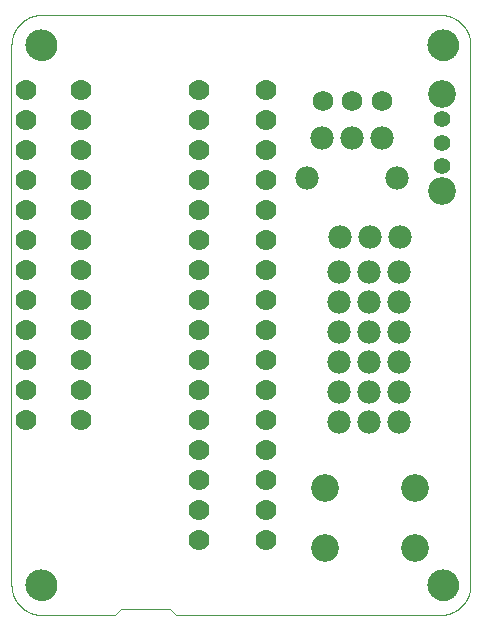
<source format=gts>
G75*
%MOIN*%
%OFA0B0*%
%FSLAX25Y25*%
%IPPOS*%
%LPD*%
%AMOC8*
5,1,8,0,0,1.08239X$1,22.5*
%
%ADD10C,0.00000*%
%ADD11C,0.10400*%
%ADD12C,0.07000*%
%ADD13C,0.07800*%
%ADD14C,0.09258*%
%ADD15C,0.06896*%
%ADD16C,0.05550*%
D10*
X0011500Y0070232D02*
X0036000Y0070232D01*
X0038000Y0072232D01*
X0054500Y0072232D01*
X0056500Y0070232D01*
X0144492Y0070232D01*
X0144734Y0070235D01*
X0144975Y0070244D01*
X0145216Y0070258D01*
X0145457Y0070279D01*
X0145697Y0070305D01*
X0145937Y0070337D01*
X0146176Y0070375D01*
X0146413Y0070418D01*
X0146650Y0070468D01*
X0146885Y0070523D01*
X0147119Y0070583D01*
X0147351Y0070650D01*
X0147582Y0070721D01*
X0147811Y0070799D01*
X0148038Y0070882D01*
X0148263Y0070970D01*
X0148486Y0071064D01*
X0148706Y0071163D01*
X0148924Y0071268D01*
X0149139Y0071377D01*
X0149352Y0071492D01*
X0149562Y0071612D01*
X0149768Y0071737D01*
X0149972Y0071867D01*
X0150173Y0072002D01*
X0150370Y0072142D01*
X0150564Y0072286D01*
X0150754Y0072435D01*
X0150940Y0072589D01*
X0151123Y0072747D01*
X0151302Y0072909D01*
X0151477Y0073076D01*
X0151648Y0073247D01*
X0151815Y0073422D01*
X0151977Y0073601D01*
X0152135Y0073784D01*
X0152289Y0073970D01*
X0152438Y0074160D01*
X0152582Y0074354D01*
X0152722Y0074551D01*
X0152857Y0074752D01*
X0152987Y0074956D01*
X0153112Y0075162D01*
X0153232Y0075372D01*
X0153347Y0075585D01*
X0153456Y0075800D01*
X0153561Y0076018D01*
X0153660Y0076238D01*
X0153754Y0076461D01*
X0153842Y0076686D01*
X0153925Y0076913D01*
X0154003Y0077142D01*
X0154074Y0077373D01*
X0154141Y0077605D01*
X0154201Y0077839D01*
X0154256Y0078074D01*
X0154306Y0078311D01*
X0154349Y0078548D01*
X0154387Y0078787D01*
X0154419Y0079027D01*
X0154445Y0079267D01*
X0154466Y0079508D01*
X0154480Y0079749D01*
X0154489Y0079990D01*
X0154492Y0080232D01*
X0154492Y0260232D01*
X0140358Y0260232D02*
X0140360Y0260373D01*
X0140366Y0260514D01*
X0140376Y0260654D01*
X0140390Y0260794D01*
X0140408Y0260934D01*
X0140429Y0261073D01*
X0140455Y0261212D01*
X0140484Y0261350D01*
X0140518Y0261486D01*
X0140555Y0261622D01*
X0140596Y0261757D01*
X0140641Y0261891D01*
X0140690Y0262023D01*
X0140742Y0262154D01*
X0140798Y0262283D01*
X0140858Y0262410D01*
X0140921Y0262536D01*
X0140987Y0262660D01*
X0141058Y0262783D01*
X0141131Y0262903D01*
X0141208Y0263021D01*
X0141288Y0263137D01*
X0141372Y0263250D01*
X0141458Y0263361D01*
X0141548Y0263470D01*
X0141641Y0263576D01*
X0141736Y0263679D01*
X0141835Y0263780D01*
X0141936Y0263878D01*
X0142040Y0263973D01*
X0142147Y0264065D01*
X0142256Y0264154D01*
X0142368Y0264239D01*
X0142482Y0264322D01*
X0142598Y0264402D01*
X0142717Y0264478D01*
X0142838Y0264550D01*
X0142960Y0264620D01*
X0143085Y0264685D01*
X0143211Y0264748D01*
X0143339Y0264806D01*
X0143469Y0264861D01*
X0143600Y0264913D01*
X0143733Y0264960D01*
X0143867Y0265004D01*
X0144002Y0265045D01*
X0144138Y0265081D01*
X0144275Y0265113D01*
X0144413Y0265142D01*
X0144551Y0265167D01*
X0144691Y0265187D01*
X0144831Y0265204D01*
X0144971Y0265217D01*
X0145112Y0265226D01*
X0145252Y0265231D01*
X0145393Y0265232D01*
X0145534Y0265229D01*
X0145675Y0265222D01*
X0145815Y0265211D01*
X0145955Y0265196D01*
X0146095Y0265177D01*
X0146234Y0265155D01*
X0146372Y0265128D01*
X0146510Y0265098D01*
X0146646Y0265063D01*
X0146782Y0265025D01*
X0146916Y0264983D01*
X0147050Y0264937D01*
X0147182Y0264888D01*
X0147312Y0264834D01*
X0147441Y0264777D01*
X0147568Y0264717D01*
X0147694Y0264653D01*
X0147817Y0264585D01*
X0147939Y0264514D01*
X0148059Y0264440D01*
X0148176Y0264362D01*
X0148291Y0264281D01*
X0148404Y0264197D01*
X0148515Y0264110D01*
X0148623Y0264019D01*
X0148728Y0263926D01*
X0148831Y0263829D01*
X0148931Y0263730D01*
X0149028Y0263628D01*
X0149122Y0263523D01*
X0149213Y0263416D01*
X0149301Y0263306D01*
X0149386Y0263194D01*
X0149468Y0263079D01*
X0149547Y0262962D01*
X0149622Y0262843D01*
X0149694Y0262722D01*
X0149762Y0262599D01*
X0149827Y0262474D01*
X0149889Y0262347D01*
X0149946Y0262218D01*
X0150001Y0262088D01*
X0150051Y0261957D01*
X0150098Y0261824D01*
X0150141Y0261690D01*
X0150180Y0261554D01*
X0150215Y0261418D01*
X0150247Y0261281D01*
X0150274Y0261143D01*
X0150298Y0261004D01*
X0150318Y0260864D01*
X0150334Y0260724D01*
X0150346Y0260584D01*
X0150354Y0260443D01*
X0150358Y0260302D01*
X0150358Y0260162D01*
X0150354Y0260021D01*
X0150346Y0259880D01*
X0150334Y0259740D01*
X0150318Y0259600D01*
X0150298Y0259460D01*
X0150274Y0259321D01*
X0150247Y0259183D01*
X0150215Y0259046D01*
X0150180Y0258910D01*
X0150141Y0258774D01*
X0150098Y0258640D01*
X0150051Y0258507D01*
X0150001Y0258376D01*
X0149946Y0258246D01*
X0149889Y0258117D01*
X0149827Y0257990D01*
X0149762Y0257865D01*
X0149694Y0257742D01*
X0149622Y0257621D01*
X0149547Y0257502D01*
X0149468Y0257385D01*
X0149386Y0257270D01*
X0149301Y0257158D01*
X0149213Y0257048D01*
X0149122Y0256941D01*
X0149028Y0256836D01*
X0148931Y0256734D01*
X0148831Y0256635D01*
X0148728Y0256538D01*
X0148623Y0256445D01*
X0148515Y0256354D01*
X0148404Y0256267D01*
X0148291Y0256183D01*
X0148176Y0256102D01*
X0148059Y0256024D01*
X0147939Y0255950D01*
X0147817Y0255879D01*
X0147694Y0255811D01*
X0147568Y0255747D01*
X0147441Y0255687D01*
X0147312Y0255630D01*
X0147182Y0255576D01*
X0147050Y0255527D01*
X0146916Y0255481D01*
X0146782Y0255439D01*
X0146646Y0255401D01*
X0146510Y0255366D01*
X0146372Y0255336D01*
X0146234Y0255309D01*
X0146095Y0255287D01*
X0145955Y0255268D01*
X0145815Y0255253D01*
X0145675Y0255242D01*
X0145534Y0255235D01*
X0145393Y0255232D01*
X0145252Y0255233D01*
X0145112Y0255238D01*
X0144971Y0255247D01*
X0144831Y0255260D01*
X0144691Y0255277D01*
X0144551Y0255297D01*
X0144413Y0255322D01*
X0144275Y0255351D01*
X0144138Y0255383D01*
X0144002Y0255419D01*
X0143867Y0255460D01*
X0143733Y0255504D01*
X0143600Y0255551D01*
X0143469Y0255603D01*
X0143339Y0255658D01*
X0143211Y0255716D01*
X0143085Y0255779D01*
X0142960Y0255844D01*
X0142838Y0255914D01*
X0142717Y0255986D01*
X0142598Y0256062D01*
X0142482Y0256142D01*
X0142368Y0256225D01*
X0142256Y0256310D01*
X0142147Y0256399D01*
X0142040Y0256491D01*
X0141936Y0256586D01*
X0141835Y0256684D01*
X0141736Y0256785D01*
X0141641Y0256888D01*
X0141548Y0256994D01*
X0141458Y0257103D01*
X0141372Y0257214D01*
X0141288Y0257327D01*
X0141208Y0257443D01*
X0141131Y0257561D01*
X0141058Y0257681D01*
X0140987Y0257804D01*
X0140921Y0257928D01*
X0140858Y0258054D01*
X0140798Y0258181D01*
X0140742Y0258310D01*
X0140690Y0258441D01*
X0140641Y0258573D01*
X0140596Y0258707D01*
X0140555Y0258842D01*
X0140518Y0258978D01*
X0140484Y0259114D01*
X0140455Y0259252D01*
X0140429Y0259391D01*
X0140408Y0259530D01*
X0140390Y0259670D01*
X0140376Y0259810D01*
X0140366Y0259950D01*
X0140360Y0260091D01*
X0140358Y0260232D01*
X0144492Y0270232D02*
X0144734Y0270229D01*
X0144975Y0270220D01*
X0145216Y0270206D01*
X0145457Y0270185D01*
X0145697Y0270159D01*
X0145937Y0270127D01*
X0146176Y0270089D01*
X0146413Y0270046D01*
X0146650Y0269996D01*
X0146885Y0269941D01*
X0147119Y0269881D01*
X0147351Y0269814D01*
X0147582Y0269743D01*
X0147811Y0269665D01*
X0148038Y0269582D01*
X0148263Y0269494D01*
X0148486Y0269400D01*
X0148706Y0269301D01*
X0148924Y0269196D01*
X0149139Y0269087D01*
X0149352Y0268972D01*
X0149562Y0268852D01*
X0149768Y0268727D01*
X0149972Y0268597D01*
X0150173Y0268462D01*
X0150370Y0268322D01*
X0150564Y0268178D01*
X0150754Y0268029D01*
X0150940Y0267875D01*
X0151123Y0267717D01*
X0151302Y0267555D01*
X0151477Y0267388D01*
X0151648Y0267217D01*
X0151815Y0267042D01*
X0151977Y0266863D01*
X0152135Y0266680D01*
X0152289Y0266494D01*
X0152438Y0266304D01*
X0152582Y0266110D01*
X0152722Y0265913D01*
X0152857Y0265712D01*
X0152987Y0265508D01*
X0153112Y0265302D01*
X0153232Y0265092D01*
X0153347Y0264879D01*
X0153456Y0264664D01*
X0153561Y0264446D01*
X0153660Y0264226D01*
X0153754Y0264003D01*
X0153842Y0263778D01*
X0153925Y0263551D01*
X0154003Y0263322D01*
X0154074Y0263091D01*
X0154141Y0262859D01*
X0154201Y0262625D01*
X0154256Y0262390D01*
X0154306Y0262153D01*
X0154349Y0261916D01*
X0154387Y0261677D01*
X0154419Y0261437D01*
X0154445Y0261197D01*
X0154466Y0260956D01*
X0154480Y0260715D01*
X0154489Y0260474D01*
X0154492Y0260232D01*
X0144492Y0270232D02*
X0011500Y0270232D01*
X0006500Y0260232D02*
X0006502Y0260373D01*
X0006508Y0260514D01*
X0006518Y0260654D01*
X0006532Y0260794D01*
X0006550Y0260934D01*
X0006571Y0261073D01*
X0006597Y0261212D01*
X0006626Y0261350D01*
X0006660Y0261486D01*
X0006697Y0261622D01*
X0006738Y0261757D01*
X0006783Y0261891D01*
X0006832Y0262023D01*
X0006884Y0262154D01*
X0006940Y0262283D01*
X0007000Y0262410D01*
X0007063Y0262536D01*
X0007129Y0262660D01*
X0007200Y0262783D01*
X0007273Y0262903D01*
X0007350Y0263021D01*
X0007430Y0263137D01*
X0007514Y0263250D01*
X0007600Y0263361D01*
X0007690Y0263470D01*
X0007783Y0263576D01*
X0007878Y0263679D01*
X0007977Y0263780D01*
X0008078Y0263878D01*
X0008182Y0263973D01*
X0008289Y0264065D01*
X0008398Y0264154D01*
X0008510Y0264239D01*
X0008624Y0264322D01*
X0008740Y0264402D01*
X0008859Y0264478D01*
X0008980Y0264550D01*
X0009102Y0264620D01*
X0009227Y0264685D01*
X0009353Y0264748D01*
X0009481Y0264806D01*
X0009611Y0264861D01*
X0009742Y0264913D01*
X0009875Y0264960D01*
X0010009Y0265004D01*
X0010144Y0265045D01*
X0010280Y0265081D01*
X0010417Y0265113D01*
X0010555Y0265142D01*
X0010693Y0265167D01*
X0010833Y0265187D01*
X0010973Y0265204D01*
X0011113Y0265217D01*
X0011254Y0265226D01*
X0011394Y0265231D01*
X0011535Y0265232D01*
X0011676Y0265229D01*
X0011817Y0265222D01*
X0011957Y0265211D01*
X0012097Y0265196D01*
X0012237Y0265177D01*
X0012376Y0265155D01*
X0012514Y0265128D01*
X0012652Y0265098D01*
X0012788Y0265063D01*
X0012924Y0265025D01*
X0013058Y0264983D01*
X0013192Y0264937D01*
X0013324Y0264888D01*
X0013454Y0264834D01*
X0013583Y0264777D01*
X0013710Y0264717D01*
X0013836Y0264653D01*
X0013959Y0264585D01*
X0014081Y0264514D01*
X0014201Y0264440D01*
X0014318Y0264362D01*
X0014433Y0264281D01*
X0014546Y0264197D01*
X0014657Y0264110D01*
X0014765Y0264019D01*
X0014870Y0263926D01*
X0014973Y0263829D01*
X0015073Y0263730D01*
X0015170Y0263628D01*
X0015264Y0263523D01*
X0015355Y0263416D01*
X0015443Y0263306D01*
X0015528Y0263194D01*
X0015610Y0263079D01*
X0015689Y0262962D01*
X0015764Y0262843D01*
X0015836Y0262722D01*
X0015904Y0262599D01*
X0015969Y0262474D01*
X0016031Y0262347D01*
X0016088Y0262218D01*
X0016143Y0262088D01*
X0016193Y0261957D01*
X0016240Y0261824D01*
X0016283Y0261690D01*
X0016322Y0261554D01*
X0016357Y0261418D01*
X0016389Y0261281D01*
X0016416Y0261143D01*
X0016440Y0261004D01*
X0016460Y0260864D01*
X0016476Y0260724D01*
X0016488Y0260584D01*
X0016496Y0260443D01*
X0016500Y0260302D01*
X0016500Y0260162D01*
X0016496Y0260021D01*
X0016488Y0259880D01*
X0016476Y0259740D01*
X0016460Y0259600D01*
X0016440Y0259460D01*
X0016416Y0259321D01*
X0016389Y0259183D01*
X0016357Y0259046D01*
X0016322Y0258910D01*
X0016283Y0258774D01*
X0016240Y0258640D01*
X0016193Y0258507D01*
X0016143Y0258376D01*
X0016088Y0258246D01*
X0016031Y0258117D01*
X0015969Y0257990D01*
X0015904Y0257865D01*
X0015836Y0257742D01*
X0015764Y0257621D01*
X0015689Y0257502D01*
X0015610Y0257385D01*
X0015528Y0257270D01*
X0015443Y0257158D01*
X0015355Y0257048D01*
X0015264Y0256941D01*
X0015170Y0256836D01*
X0015073Y0256734D01*
X0014973Y0256635D01*
X0014870Y0256538D01*
X0014765Y0256445D01*
X0014657Y0256354D01*
X0014546Y0256267D01*
X0014433Y0256183D01*
X0014318Y0256102D01*
X0014201Y0256024D01*
X0014081Y0255950D01*
X0013959Y0255879D01*
X0013836Y0255811D01*
X0013710Y0255747D01*
X0013583Y0255687D01*
X0013454Y0255630D01*
X0013324Y0255576D01*
X0013192Y0255527D01*
X0013058Y0255481D01*
X0012924Y0255439D01*
X0012788Y0255401D01*
X0012652Y0255366D01*
X0012514Y0255336D01*
X0012376Y0255309D01*
X0012237Y0255287D01*
X0012097Y0255268D01*
X0011957Y0255253D01*
X0011817Y0255242D01*
X0011676Y0255235D01*
X0011535Y0255232D01*
X0011394Y0255233D01*
X0011254Y0255238D01*
X0011113Y0255247D01*
X0010973Y0255260D01*
X0010833Y0255277D01*
X0010693Y0255297D01*
X0010555Y0255322D01*
X0010417Y0255351D01*
X0010280Y0255383D01*
X0010144Y0255419D01*
X0010009Y0255460D01*
X0009875Y0255504D01*
X0009742Y0255551D01*
X0009611Y0255603D01*
X0009481Y0255658D01*
X0009353Y0255716D01*
X0009227Y0255779D01*
X0009102Y0255844D01*
X0008980Y0255914D01*
X0008859Y0255986D01*
X0008740Y0256062D01*
X0008624Y0256142D01*
X0008510Y0256225D01*
X0008398Y0256310D01*
X0008289Y0256399D01*
X0008182Y0256491D01*
X0008078Y0256586D01*
X0007977Y0256684D01*
X0007878Y0256785D01*
X0007783Y0256888D01*
X0007690Y0256994D01*
X0007600Y0257103D01*
X0007514Y0257214D01*
X0007430Y0257327D01*
X0007350Y0257443D01*
X0007273Y0257561D01*
X0007200Y0257681D01*
X0007129Y0257804D01*
X0007063Y0257928D01*
X0007000Y0258054D01*
X0006940Y0258181D01*
X0006884Y0258310D01*
X0006832Y0258441D01*
X0006783Y0258573D01*
X0006738Y0258707D01*
X0006697Y0258842D01*
X0006660Y0258978D01*
X0006626Y0259114D01*
X0006597Y0259252D01*
X0006571Y0259391D01*
X0006550Y0259530D01*
X0006532Y0259670D01*
X0006518Y0259810D01*
X0006508Y0259950D01*
X0006502Y0260091D01*
X0006500Y0260232D01*
X0001500Y0260232D02*
X0001503Y0260474D01*
X0001512Y0260715D01*
X0001526Y0260956D01*
X0001547Y0261197D01*
X0001573Y0261437D01*
X0001605Y0261677D01*
X0001643Y0261916D01*
X0001686Y0262153D01*
X0001736Y0262390D01*
X0001791Y0262625D01*
X0001851Y0262859D01*
X0001918Y0263091D01*
X0001989Y0263322D01*
X0002067Y0263551D01*
X0002150Y0263778D01*
X0002238Y0264003D01*
X0002332Y0264226D01*
X0002431Y0264446D01*
X0002536Y0264664D01*
X0002645Y0264879D01*
X0002760Y0265092D01*
X0002880Y0265302D01*
X0003005Y0265508D01*
X0003135Y0265712D01*
X0003270Y0265913D01*
X0003410Y0266110D01*
X0003554Y0266304D01*
X0003703Y0266494D01*
X0003857Y0266680D01*
X0004015Y0266863D01*
X0004177Y0267042D01*
X0004344Y0267217D01*
X0004515Y0267388D01*
X0004690Y0267555D01*
X0004869Y0267717D01*
X0005052Y0267875D01*
X0005238Y0268029D01*
X0005428Y0268178D01*
X0005622Y0268322D01*
X0005819Y0268462D01*
X0006020Y0268597D01*
X0006224Y0268727D01*
X0006430Y0268852D01*
X0006640Y0268972D01*
X0006853Y0269087D01*
X0007068Y0269196D01*
X0007286Y0269301D01*
X0007506Y0269400D01*
X0007729Y0269494D01*
X0007954Y0269582D01*
X0008181Y0269665D01*
X0008410Y0269743D01*
X0008641Y0269814D01*
X0008873Y0269881D01*
X0009107Y0269941D01*
X0009342Y0269996D01*
X0009579Y0270046D01*
X0009816Y0270089D01*
X0010055Y0270127D01*
X0010295Y0270159D01*
X0010535Y0270185D01*
X0010776Y0270206D01*
X0011017Y0270220D01*
X0011258Y0270229D01*
X0011500Y0270232D01*
X0001500Y0260232D02*
X0001500Y0080232D01*
X0006500Y0080232D02*
X0006502Y0080373D01*
X0006508Y0080514D01*
X0006518Y0080654D01*
X0006532Y0080794D01*
X0006550Y0080934D01*
X0006571Y0081073D01*
X0006597Y0081212D01*
X0006626Y0081350D01*
X0006660Y0081486D01*
X0006697Y0081622D01*
X0006738Y0081757D01*
X0006783Y0081891D01*
X0006832Y0082023D01*
X0006884Y0082154D01*
X0006940Y0082283D01*
X0007000Y0082410D01*
X0007063Y0082536D01*
X0007129Y0082660D01*
X0007200Y0082783D01*
X0007273Y0082903D01*
X0007350Y0083021D01*
X0007430Y0083137D01*
X0007514Y0083250D01*
X0007600Y0083361D01*
X0007690Y0083470D01*
X0007783Y0083576D01*
X0007878Y0083679D01*
X0007977Y0083780D01*
X0008078Y0083878D01*
X0008182Y0083973D01*
X0008289Y0084065D01*
X0008398Y0084154D01*
X0008510Y0084239D01*
X0008624Y0084322D01*
X0008740Y0084402D01*
X0008859Y0084478D01*
X0008980Y0084550D01*
X0009102Y0084620D01*
X0009227Y0084685D01*
X0009353Y0084748D01*
X0009481Y0084806D01*
X0009611Y0084861D01*
X0009742Y0084913D01*
X0009875Y0084960D01*
X0010009Y0085004D01*
X0010144Y0085045D01*
X0010280Y0085081D01*
X0010417Y0085113D01*
X0010555Y0085142D01*
X0010693Y0085167D01*
X0010833Y0085187D01*
X0010973Y0085204D01*
X0011113Y0085217D01*
X0011254Y0085226D01*
X0011394Y0085231D01*
X0011535Y0085232D01*
X0011676Y0085229D01*
X0011817Y0085222D01*
X0011957Y0085211D01*
X0012097Y0085196D01*
X0012237Y0085177D01*
X0012376Y0085155D01*
X0012514Y0085128D01*
X0012652Y0085098D01*
X0012788Y0085063D01*
X0012924Y0085025D01*
X0013058Y0084983D01*
X0013192Y0084937D01*
X0013324Y0084888D01*
X0013454Y0084834D01*
X0013583Y0084777D01*
X0013710Y0084717D01*
X0013836Y0084653D01*
X0013959Y0084585D01*
X0014081Y0084514D01*
X0014201Y0084440D01*
X0014318Y0084362D01*
X0014433Y0084281D01*
X0014546Y0084197D01*
X0014657Y0084110D01*
X0014765Y0084019D01*
X0014870Y0083926D01*
X0014973Y0083829D01*
X0015073Y0083730D01*
X0015170Y0083628D01*
X0015264Y0083523D01*
X0015355Y0083416D01*
X0015443Y0083306D01*
X0015528Y0083194D01*
X0015610Y0083079D01*
X0015689Y0082962D01*
X0015764Y0082843D01*
X0015836Y0082722D01*
X0015904Y0082599D01*
X0015969Y0082474D01*
X0016031Y0082347D01*
X0016088Y0082218D01*
X0016143Y0082088D01*
X0016193Y0081957D01*
X0016240Y0081824D01*
X0016283Y0081690D01*
X0016322Y0081554D01*
X0016357Y0081418D01*
X0016389Y0081281D01*
X0016416Y0081143D01*
X0016440Y0081004D01*
X0016460Y0080864D01*
X0016476Y0080724D01*
X0016488Y0080584D01*
X0016496Y0080443D01*
X0016500Y0080302D01*
X0016500Y0080162D01*
X0016496Y0080021D01*
X0016488Y0079880D01*
X0016476Y0079740D01*
X0016460Y0079600D01*
X0016440Y0079460D01*
X0016416Y0079321D01*
X0016389Y0079183D01*
X0016357Y0079046D01*
X0016322Y0078910D01*
X0016283Y0078774D01*
X0016240Y0078640D01*
X0016193Y0078507D01*
X0016143Y0078376D01*
X0016088Y0078246D01*
X0016031Y0078117D01*
X0015969Y0077990D01*
X0015904Y0077865D01*
X0015836Y0077742D01*
X0015764Y0077621D01*
X0015689Y0077502D01*
X0015610Y0077385D01*
X0015528Y0077270D01*
X0015443Y0077158D01*
X0015355Y0077048D01*
X0015264Y0076941D01*
X0015170Y0076836D01*
X0015073Y0076734D01*
X0014973Y0076635D01*
X0014870Y0076538D01*
X0014765Y0076445D01*
X0014657Y0076354D01*
X0014546Y0076267D01*
X0014433Y0076183D01*
X0014318Y0076102D01*
X0014201Y0076024D01*
X0014081Y0075950D01*
X0013959Y0075879D01*
X0013836Y0075811D01*
X0013710Y0075747D01*
X0013583Y0075687D01*
X0013454Y0075630D01*
X0013324Y0075576D01*
X0013192Y0075527D01*
X0013058Y0075481D01*
X0012924Y0075439D01*
X0012788Y0075401D01*
X0012652Y0075366D01*
X0012514Y0075336D01*
X0012376Y0075309D01*
X0012237Y0075287D01*
X0012097Y0075268D01*
X0011957Y0075253D01*
X0011817Y0075242D01*
X0011676Y0075235D01*
X0011535Y0075232D01*
X0011394Y0075233D01*
X0011254Y0075238D01*
X0011113Y0075247D01*
X0010973Y0075260D01*
X0010833Y0075277D01*
X0010693Y0075297D01*
X0010555Y0075322D01*
X0010417Y0075351D01*
X0010280Y0075383D01*
X0010144Y0075419D01*
X0010009Y0075460D01*
X0009875Y0075504D01*
X0009742Y0075551D01*
X0009611Y0075603D01*
X0009481Y0075658D01*
X0009353Y0075716D01*
X0009227Y0075779D01*
X0009102Y0075844D01*
X0008980Y0075914D01*
X0008859Y0075986D01*
X0008740Y0076062D01*
X0008624Y0076142D01*
X0008510Y0076225D01*
X0008398Y0076310D01*
X0008289Y0076399D01*
X0008182Y0076491D01*
X0008078Y0076586D01*
X0007977Y0076684D01*
X0007878Y0076785D01*
X0007783Y0076888D01*
X0007690Y0076994D01*
X0007600Y0077103D01*
X0007514Y0077214D01*
X0007430Y0077327D01*
X0007350Y0077443D01*
X0007273Y0077561D01*
X0007200Y0077681D01*
X0007129Y0077804D01*
X0007063Y0077928D01*
X0007000Y0078054D01*
X0006940Y0078181D01*
X0006884Y0078310D01*
X0006832Y0078441D01*
X0006783Y0078573D01*
X0006738Y0078707D01*
X0006697Y0078842D01*
X0006660Y0078978D01*
X0006626Y0079114D01*
X0006597Y0079252D01*
X0006571Y0079391D01*
X0006550Y0079530D01*
X0006532Y0079670D01*
X0006518Y0079810D01*
X0006508Y0079950D01*
X0006502Y0080091D01*
X0006500Y0080232D01*
X0001500Y0080232D02*
X0001503Y0079990D01*
X0001512Y0079749D01*
X0001526Y0079508D01*
X0001547Y0079267D01*
X0001573Y0079027D01*
X0001605Y0078787D01*
X0001643Y0078548D01*
X0001686Y0078311D01*
X0001736Y0078074D01*
X0001791Y0077839D01*
X0001851Y0077605D01*
X0001918Y0077373D01*
X0001989Y0077142D01*
X0002067Y0076913D01*
X0002150Y0076686D01*
X0002238Y0076461D01*
X0002332Y0076238D01*
X0002431Y0076018D01*
X0002536Y0075800D01*
X0002645Y0075585D01*
X0002760Y0075372D01*
X0002880Y0075162D01*
X0003005Y0074956D01*
X0003135Y0074752D01*
X0003270Y0074551D01*
X0003410Y0074354D01*
X0003554Y0074160D01*
X0003703Y0073970D01*
X0003857Y0073784D01*
X0004015Y0073601D01*
X0004177Y0073422D01*
X0004344Y0073247D01*
X0004515Y0073076D01*
X0004690Y0072909D01*
X0004869Y0072747D01*
X0005052Y0072589D01*
X0005238Y0072435D01*
X0005428Y0072286D01*
X0005622Y0072142D01*
X0005819Y0072002D01*
X0006020Y0071867D01*
X0006224Y0071737D01*
X0006430Y0071612D01*
X0006640Y0071492D01*
X0006853Y0071377D01*
X0007068Y0071268D01*
X0007286Y0071163D01*
X0007506Y0071064D01*
X0007729Y0070970D01*
X0007954Y0070882D01*
X0008181Y0070799D01*
X0008410Y0070721D01*
X0008641Y0070650D01*
X0008873Y0070583D01*
X0009107Y0070523D01*
X0009342Y0070468D01*
X0009579Y0070418D01*
X0009816Y0070375D01*
X0010055Y0070337D01*
X0010295Y0070305D01*
X0010535Y0070279D01*
X0010776Y0070258D01*
X0011017Y0070244D01*
X0011258Y0070235D01*
X0011500Y0070232D01*
X0140358Y0080232D02*
X0140360Y0080373D01*
X0140366Y0080514D01*
X0140376Y0080654D01*
X0140390Y0080794D01*
X0140408Y0080934D01*
X0140429Y0081073D01*
X0140455Y0081212D01*
X0140484Y0081350D01*
X0140518Y0081486D01*
X0140555Y0081622D01*
X0140596Y0081757D01*
X0140641Y0081891D01*
X0140690Y0082023D01*
X0140742Y0082154D01*
X0140798Y0082283D01*
X0140858Y0082410D01*
X0140921Y0082536D01*
X0140987Y0082660D01*
X0141058Y0082783D01*
X0141131Y0082903D01*
X0141208Y0083021D01*
X0141288Y0083137D01*
X0141372Y0083250D01*
X0141458Y0083361D01*
X0141548Y0083470D01*
X0141641Y0083576D01*
X0141736Y0083679D01*
X0141835Y0083780D01*
X0141936Y0083878D01*
X0142040Y0083973D01*
X0142147Y0084065D01*
X0142256Y0084154D01*
X0142368Y0084239D01*
X0142482Y0084322D01*
X0142598Y0084402D01*
X0142717Y0084478D01*
X0142838Y0084550D01*
X0142960Y0084620D01*
X0143085Y0084685D01*
X0143211Y0084748D01*
X0143339Y0084806D01*
X0143469Y0084861D01*
X0143600Y0084913D01*
X0143733Y0084960D01*
X0143867Y0085004D01*
X0144002Y0085045D01*
X0144138Y0085081D01*
X0144275Y0085113D01*
X0144413Y0085142D01*
X0144551Y0085167D01*
X0144691Y0085187D01*
X0144831Y0085204D01*
X0144971Y0085217D01*
X0145112Y0085226D01*
X0145252Y0085231D01*
X0145393Y0085232D01*
X0145534Y0085229D01*
X0145675Y0085222D01*
X0145815Y0085211D01*
X0145955Y0085196D01*
X0146095Y0085177D01*
X0146234Y0085155D01*
X0146372Y0085128D01*
X0146510Y0085098D01*
X0146646Y0085063D01*
X0146782Y0085025D01*
X0146916Y0084983D01*
X0147050Y0084937D01*
X0147182Y0084888D01*
X0147312Y0084834D01*
X0147441Y0084777D01*
X0147568Y0084717D01*
X0147694Y0084653D01*
X0147817Y0084585D01*
X0147939Y0084514D01*
X0148059Y0084440D01*
X0148176Y0084362D01*
X0148291Y0084281D01*
X0148404Y0084197D01*
X0148515Y0084110D01*
X0148623Y0084019D01*
X0148728Y0083926D01*
X0148831Y0083829D01*
X0148931Y0083730D01*
X0149028Y0083628D01*
X0149122Y0083523D01*
X0149213Y0083416D01*
X0149301Y0083306D01*
X0149386Y0083194D01*
X0149468Y0083079D01*
X0149547Y0082962D01*
X0149622Y0082843D01*
X0149694Y0082722D01*
X0149762Y0082599D01*
X0149827Y0082474D01*
X0149889Y0082347D01*
X0149946Y0082218D01*
X0150001Y0082088D01*
X0150051Y0081957D01*
X0150098Y0081824D01*
X0150141Y0081690D01*
X0150180Y0081554D01*
X0150215Y0081418D01*
X0150247Y0081281D01*
X0150274Y0081143D01*
X0150298Y0081004D01*
X0150318Y0080864D01*
X0150334Y0080724D01*
X0150346Y0080584D01*
X0150354Y0080443D01*
X0150358Y0080302D01*
X0150358Y0080162D01*
X0150354Y0080021D01*
X0150346Y0079880D01*
X0150334Y0079740D01*
X0150318Y0079600D01*
X0150298Y0079460D01*
X0150274Y0079321D01*
X0150247Y0079183D01*
X0150215Y0079046D01*
X0150180Y0078910D01*
X0150141Y0078774D01*
X0150098Y0078640D01*
X0150051Y0078507D01*
X0150001Y0078376D01*
X0149946Y0078246D01*
X0149889Y0078117D01*
X0149827Y0077990D01*
X0149762Y0077865D01*
X0149694Y0077742D01*
X0149622Y0077621D01*
X0149547Y0077502D01*
X0149468Y0077385D01*
X0149386Y0077270D01*
X0149301Y0077158D01*
X0149213Y0077048D01*
X0149122Y0076941D01*
X0149028Y0076836D01*
X0148931Y0076734D01*
X0148831Y0076635D01*
X0148728Y0076538D01*
X0148623Y0076445D01*
X0148515Y0076354D01*
X0148404Y0076267D01*
X0148291Y0076183D01*
X0148176Y0076102D01*
X0148059Y0076024D01*
X0147939Y0075950D01*
X0147817Y0075879D01*
X0147694Y0075811D01*
X0147568Y0075747D01*
X0147441Y0075687D01*
X0147312Y0075630D01*
X0147182Y0075576D01*
X0147050Y0075527D01*
X0146916Y0075481D01*
X0146782Y0075439D01*
X0146646Y0075401D01*
X0146510Y0075366D01*
X0146372Y0075336D01*
X0146234Y0075309D01*
X0146095Y0075287D01*
X0145955Y0075268D01*
X0145815Y0075253D01*
X0145675Y0075242D01*
X0145534Y0075235D01*
X0145393Y0075232D01*
X0145252Y0075233D01*
X0145112Y0075238D01*
X0144971Y0075247D01*
X0144831Y0075260D01*
X0144691Y0075277D01*
X0144551Y0075297D01*
X0144413Y0075322D01*
X0144275Y0075351D01*
X0144138Y0075383D01*
X0144002Y0075419D01*
X0143867Y0075460D01*
X0143733Y0075504D01*
X0143600Y0075551D01*
X0143469Y0075603D01*
X0143339Y0075658D01*
X0143211Y0075716D01*
X0143085Y0075779D01*
X0142960Y0075844D01*
X0142838Y0075914D01*
X0142717Y0075986D01*
X0142598Y0076062D01*
X0142482Y0076142D01*
X0142368Y0076225D01*
X0142256Y0076310D01*
X0142147Y0076399D01*
X0142040Y0076491D01*
X0141936Y0076586D01*
X0141835Y0076684D01*
X0141736Y0076785D01*
X0141641Y0076888D01*
X0141548Y0076994D01*
X0141458Y0077103D01*
X0141372Y0077214D01*
X0141288Y0077327D01*
X0141208Y0077443D01*
X0141131Y0077561D01*
X0141058Y0077681D01*
X0140987Y0077804D01*
X0140921Y0077928D01*
X0140858Y0078054D01*
X0140798Y0078181D01*
X0140742Y0078310D01*
X0140690Y0078441D01*
X0140641Y0078573D01*
X0140596Y0078707D01*
X0140555Y0078842D01*
X0140518Y0078978D01*
X0140484Y0079114D01*
X0140455Y0079252D01*
X0140429Y0079391D01*
X0140408Y0079530D01*
X0140390Y0079670D01*
X0140376Y0079810D01*
X0140366Y0079950D01*
X0140360Y0080091D01*
X0140358Y0080232D01*
D11*
X0145358Y0080232D03*
X0011500Y0080232D03*
X0011500Y0260232D03*
X0145358Y0260232D03*
D12*
X0086500Y0245232D03*
X0086500Y0235232D03*
X0086500Y0225232D03*
X0086500Y0215232D03*
X0086500Y0205232D03*
X0086500Y0195232D03*
X0086500Y0185232D03*
X0086500Y0175232D03*
X0086500Y0165232D03*
X0086500Y0155232D03*
X0086500Y0145232D03*
X0086500Y0135232D03*
X0086500Y0125232D03*
X0086500Y0115232D03*
X0086500Y0105232D03*
X0086500Y0095232D03*
X0063941Y0095232D03*
X0063941Y0105232D03*
X0063941Y0115232D03*
X0063941Y0125232D03*
X0063941Y0135232D03*
X0063941Y0145232D03*
X0063941Y0155232D03*
X0063941Y0165232D03*
X0063941Y0175232D03*
X0063941Y0185232D03*
X0063941Y0195232D03*
X0063941Y0205232D03*
X0063941Y0215232D03*
X0063941Y0225232D03*
X0063941Y0235232D03*
X0063941Y0245232D03*
X0024571Y0245232D03*
X0024571Y0235232D03*
X0024571Y0225232D03*
X0024571Y0215232D03*
X0024571Y0205232D03*
X0024571Y0195232D03*
X0024571Y0185232D03*
X0024571Y0175232D03*
X0024571Y0165232D03*
X0024571Y0155232D03*
X0024571Y0145232D03*
X0024571Y0135232D03*
X0006500Y0135232D03*
X0006500Y0145232D03*
X0006500Y0155232D03*
X0006500Y0165232D03*
X0006500Y0175232D03*
X0006500Y0185232D03*
X0006500Y0195232D03*
X0006500Y0205232D03*
X0006500Y0215232D03*
X0006500Y0225232D03*
X0006500Y0235232D03*
X0006500Y0245232D03*
D13*
X0100122Y0215902D03*
X0104965Y0229287D03*
X0114965Y0229287D03*
X0124965Y0229287D03*
X0130122Y0215902D03*
X0130870Y0196217D03*
X0130795Y0184406D03*
X0130795Y0174406D03*
X0130795Y0164406D03*
X0130795Y0154406D03*
X0130795Y0144406D03*
X0130795Y0134406D03*
X0120795Y0134406D03*
X0120795Y0144406D03*
X0120795Y0154406D03*
X0120795Y0164406D03*
X0120795Y0174406D03*
X0120795Y0184406D03*
X0120870Y0196217D03*
X0110870Y0196217D03*
X0110795Y0184406D03*
X0110795Y0174406D03*
X0110795Y0164406D03*
X0110795Y0154406D03*
X0110795Y0144406D03*
X0110795Y0134406D03*
D14*
X0106028Y0112516D03*
X0106028Y0092516D03*
X0136028Y0092516D03*
X0136028Y0112516D03*
X0145043Y0211571D03*
X0145043Y0243854D03*
D15*
X0124965Y0241492D03*
X0115122Y0241492D03*
X0105280Y0241492D03*
D16*
X0145043Y0235587D03*
X0145043Y0227713D03*
X0145043Y0219839D03*
M02*

</source>
